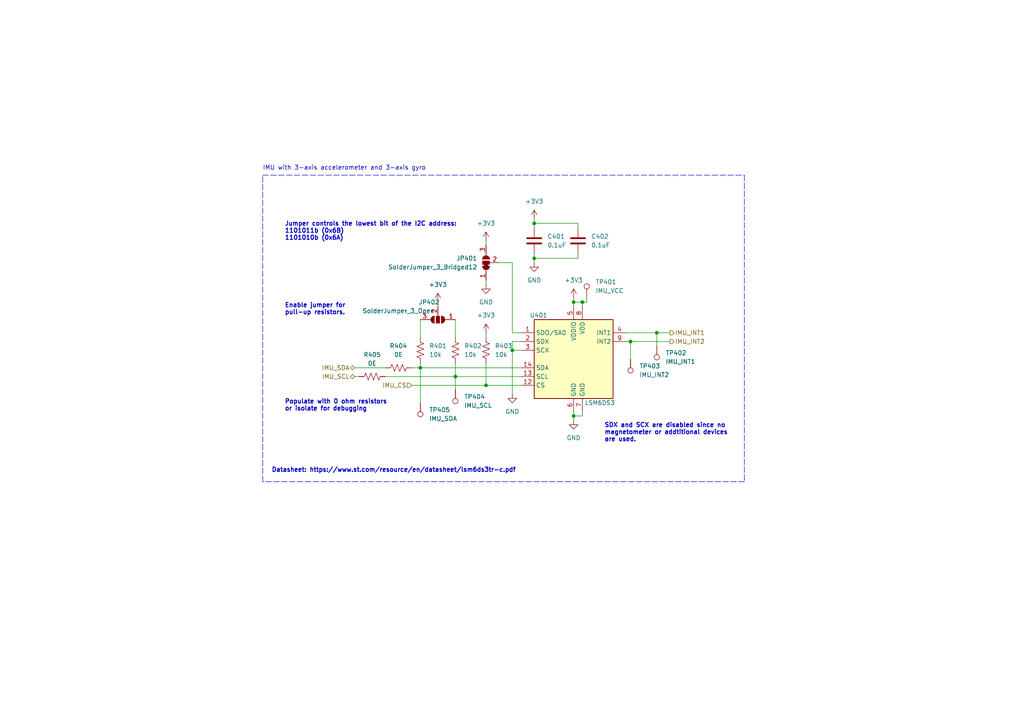
<source format=kicad_sch>
(kicad_sch (version 20211123) (generator eeschema)

  (uuid 51a5ca97-12be-4231-921d-b62b01bcd505)

  (paper "A4")

  (title_block
    (title "Thesis Proyect Luis Ernesto Fdez")
    (date "2022-03-17")
    (rev "A")
    (company "Universidad Autónoma de Querétaro")
    (comment 1 "external sensors and LEGO mechanical construction elements as educational equipment.")
    (comment 2 "Design implemets a replacement for the LEGO Mindstorms robot controllers for use with")
    (comment 3 "Distributed Open-source as: CC BY-SA 4.0")
  )

  (lib_symbols
    (symbol "Connector:TestPoint" (pin_numbers hide) (pin_names (offset 0.762) hide) (in_bom yes) (on_board yes)
      (property "Reference" "TP" (id 0) (at 0 6.858 0)
        (effects (font (size 1.27 1.27)))
      )
      (property "Value" "TestPoint" (id 1) (at 0 5.08 0)
        (effects (font (size 1.27 1.27)))
      )
      (property "Footprint" "" (id 2) (at 5.08 0 0)
        (effects (font (size 1.27 1.27)) hide)
      )
      (property "Datasheet" "~" (id 3) (at 5.08 0 0)
        (effects (font (size 1.27 1.27)) hide)
      )
      (property "ki_keywords" "test point tp" (id 4) (at 0 0 0)
        (effects (font (size 1.27 1.27)) hide)
      )
      (property "ki_description" "test point" (id 5) (at 0 0 0)
        (effects (font (size 1.27 1.27)) hide)
      )
      (property "ki_fp_filters" "Pin* Test*" (id 6) (at 0 0 0)
        (effects (font (size 1.27 1.27)) hide)
      )
      (symbol "TestPoint_0_1"
        (circle (center 0 3.302) (radius 0.762)
          (stroke (width 0) (type default) (color 0 0 0 0))
          (fill (type none))
        )
      )
      (symbol "TestPoint_1_1"
        (pin passive line (at 0 0 90) (length 2.54)
          (name "1" (effects (font (size 1.27 1.27))))
          (number "1" (effects (font (size 1.27 1.27))))
        )
      )
    )
    (symbol "Device:C" (pin_numbers hide) (pin_names (offset 0.254)) (in_bom yes) (on_board yes)
      (property "Reference" "C" (id 0) (at 0.635 2.54 0)
        (effects (font (size 1.27 1.27)) (justify left))
      )
      (property "Value" "C" (id 1) (at 0.635 -2.54 0)
        (effects (font (size 1.27 1.27)) (justify left))
      )
      (property "Footprint" "" (id 2) (at 0.9652 -3.81 0)
        (effects (font (size 1.27 1.27)) hide)
      )
      (property "Datasheet" "~" (id 3) (at 0 0 0)
        (effects (font (size 1.27 1.27)) hide)
      )
      (property "ki_keywords" "cap capacitor" (id 4) (at 0 0 0)
        (effects (font (size 1.27 1.27)) hide)
      )
      (property "ki_description" "Unpolarized capacitor" (id 5) (at 0 0 0)
        (effects (font (size 1.27 1.27)) hide)
      )
      (property "ki_fp_filters" "C_*" (id 6) (at 0 0 0)
        (effects (font (size 1.27 1.27)) hide)
      )
      (symbol "C_0_1"
        (polyline
          (pts
            (xy -2.032 -0.762)
            (xy 2.032 -0.762)
          )
          (stroke (width 0.508) (type default) (color 0 0 0 0))
          (fill (type none))
        )
        (polyline
          (pts
            (xy -2.032 0.762)
            (xy 2.032 0.762)
          )
          (stroke (width 0.508) (type default) (color 0 0 0 0))
          (fill (type none))
        )
      )
      (symbol "C_1_1"
        (pin passive line (at 0 3.81 270) (length 2.794)
          (name "~" (effects (font (size 1.27 1.27))))
          (number "1" (effects (font (size 1.27 1.27))))
        )
        (pin passive line (at 0 -3.81 90) (length 2.794)
          (name "~" (effects (font (size 1.27 1.27))))
          (number "2" (effects (font (size 1.27 1.27))))
        )
      )
    )
    (symbol "Device:R_US" (pin_numbers hide) (pin_names (offset 0)) (in_bom yes) (on_board yes)
      (property "Reference" "R" (id 0) (at 2.54 0 90)
        (effects (font (size 1.27 1.27)))
      )
      (property "Value" "R_US" (id 1) (at -2.54 0 90)
        (effects (font (size 1.27 1.27)))
      )
      (property "Footprint" "" (id 2) (at 1.016 -0.254 90)
        (effects (font (size 1.27 1.27)) hide)
      )
      (property "Datasheet" "~" (id 3) (at 0 0 0)
        (effects (font (size 1.27 1.27)) hide)
      )
      (property "ki_keywords" "R res resistor" (id 4) (at 0 0 0)
        (effects (font (size 1.27 1.27)) hide)
      )
      (property "ki_description" "Resistor, US symbol" (id 5) (at 0 0 0)
        (effects (font (size 1.27 1.27)) hide)
      )
      (property "ki_fp_filters" "R_*" (id 6) (at 0 0 0)
        (effects (font (size 1.27 1.27)) hide)
      )
      (symbol "R_US_0_1"
        (polyline
          (pts
            (xy 0 -2.286)
            (xy 0 -2.54)
          )
          (stroke (width 0) (type default) (color 0 0 0 0))
          (fill (type none))
        )
        (polyline
          (pts
            (xy 0 2.286)
            (xy 0 2.54)
          )
          (stroke (width 0) (type default) (color 0 0 0 0))
          (fill (type none))
        )
        (polyline
          (pts
            (xy 0 -0.762)
            (xy 1.016 -1.143)
            (xy 0 -1.524)
            (xy -1.016 -1.905)
            (xy 0 -2.286)
          )
          (stroke (width 0) (type default) (color 0 0 0 0))
          (fill (type none))
        )
        (polyline
          (pts
            (xy 0 0.762)
            (xy 1.016 0.381)
            (xy 0 0)
            (xy -1.016 -0.381)
            (xy 0 -0.762)
          )
          (stroke (width 0) (type default) (color 0 0 0 0))
          (fill (type none))
        )
        (polyline
          (pts
            (xy 0 2.286)
            (xy 1.016 1.905)
            (xy 0 1.524)
            (xy -1.016 1.143)
            (xy 0 0.762)
          )
          (stroke (width 0) (type default) (color 0 0 0 0))
          (fill (type none))
        )
      )
      (symbol "R_US_1_1"
        (pin passive line (at 0 3.81 270) (length 1.27)
          (name "~" (effects (font (size 1.27 1.27))))
          (number "1" (effects (font (size 1.27 1.27))))
        )
        (pin passive line (at 0 -3.81 90) (length 1.27)
          (name "~" (effects (font (size 1.27 1.27))))
          (number "2" (effects (font (size 1.27 1.27))))
        )
      )
    )
    (symbol "Jumper:SolderJumper_3_Bridged12" (pin_names (offset 0) hide) (in_bom yes) (on_board yes)
      (property "Reference" "JP" (id 0) (at -2.54 -2.54 0)
        (effects (font (size 1.27 1.27)))
      )
      (property "Value" "SolderJumper_3_Bridged12" (id 1) (at 0 2.794 0)
        (effects (font (size 1.27 1.27)))
      )
      (property "Footprint" "" (id 2) (at 0 0 0)
        (effects (font (size 1.27 1.27)) hide)
      )
      (property "Datasheet" "~" (id 3) (at 0 0 0)
        (effects (font (size 1.27 1.27)) hide)
      )
      (property "ki_keywords" "Solder Jumper SPDT" (id 4) (at 0 0 0)
        (effects (font (size 1.27 1.27)) hide)
      )
      (property "ki_description" "3-pole Solder Jumper, pins 1+2 closed/bridged" (id 5) (at 0 0 0)
        (effects (font (size 1.27 1.27)) hide)
      )
      (property "ki_fp_filters" "SolderJumper*Bridged12*" (id 6) (at 0 0 0)
        (effects (font (size 1.27 1.27)) hide)
      )
      (symbol "SolderJumper_3_Bridged12_0_1"
        (rectangle (start -1.016 0.508) (end -0.508 -0.508)
          (stroke (width 0) (type default) (color 0 0 0 0))
          (fill (type outline))
        )
        (arc (start -1.016 1.016) (mid -2.032 0) (end -1.016 -1.016)
          (stroke (width 0) (type default) (color 0 0 0 0))
          (fill (type none))
        )
        (arc (start -1.016 1.016) (mid -2.032 0) (end -1.016 -1.016)
          (stroke (width 0) (type default) (color 0 0 0 0))
          (fill (type outline))
        )
        (rectangle (start -0.508 1.016) (end 0.508 -1.016)
          (stroke (width 0) (type default) (color 0 0 0 0))
          (fill (type outline))
        )
        (polyline
          (pts
            (xy -2.54 0)
            (xy -2.032 0)
          )
          (stroke (width 0) (type default) (color 0 0 0 0))
          (fill (type none))
        )
        (polyline
          (pts
            (xy -1.016 1.016)
            (xy -1.016 -1.016)
          )
          (stroke (width 0) (type default) (color 0 0 0 0))
          (fill (type none))
        )
        (polyline
          (pts
            (xy 0 -1.27)
            (xy 0 -1.016)
          )
          (stroke (width 0) (type default) (color 0 0 0 0))
          (fill (type none))
        )
        (polyline
          (pts
            (xy 1.016 1.016)
            (xy 1.016 -1.016)
          )
          (stroke (width 0) (type default) (color 0 0 0 0))
          (fill (type none))
        )
        (polyline
          (pts
            (xy 2.54 0)
            (xy 2.032 0)
          )
          (stroke (width 0) (type default) (color 0 0 0 0))
          (fill (type none))
        )
        (arc (start 1.016 -1.016) (mid 2.032 0) (end 1.016 1.016)
          (stroke (width 0) (type default) (color 0 0 0 0))
          (fill (type none))
        )
        (arc (start 1.016 -1.016) (mid 2.032 0) (end 1.016 1.016)
          (stroke (width 0) (type default) (color 0 0 0 0))
          (fill (type outline))
        )
      )
      (symbol "SolderJumper_3_Bridged12_1_1"
        (pin passive line (at -5.08 0 0) (length 2.54)
          (name "A" (effects (font (size 1.27 1.27))))
          (number "1" (effects (font (size 1.27 1.27))))
        )
        (pin passive line (at 0 -3.81 90) (length 2.54)
          (name "C" (effects (font (size 1.27 1.27))))
          (number "2" (effects (font (size 1.27 1.27))))
        )
        (pin passive line (at 5.08 0 180) (length 2.54)
          (name "B" (effects (font (size 1.27 1.27))))
          (number "3" (effects (font (size 1.27 1.27))))
        )
      )
    )
    (symbol "Jumper:SolderJumper_3_Open" (pin_names (offset 0) hide) (in_bom yes) (on_board yes)
      (property "Reference" "JP" (id 0) (at -2.54 -2.54 0)
        (effects (font (size 1.27 1.27)))
      )
      (property "Value" "SolderJumper_3_Open" (id 1) (at 0 2.794 0)
        (effects (font (size 1.27 1.27)))
      )
      (property "Footprint" "" (id 2) (at 0 0 0)
        (effects (font (size 1.27 1.27)) hide)
      )
      (property "Datasheet" "~" (id 3) (at 0 0 0)
        (effects (font (size 1.27 1.27)) hide)
      )
      (property "ki_keywords" "Solder Jumper SPDT" (id 4) (at 0 0 0)
        (effects (font (size 1.27 1.27)) hide)
      )
      (property "ki_description" "Solder Jumper, 3-pole, open" (id 5) (at 0 0 0)
        (effects (font (size 1.27 1.27)) hide)
      )
      (property "ki_fp_filters" "SolderJumper*Open*" (id 6) (at 0 0 0)
        (effects (font (size 1.27 1.27)) hide)
      )
      (symbol "SolderJumper_3_Open_0_1"
        (arc (start -1.016 1.016) (mid -2.032 0) (end -1.016 -1.016)
          (stroke (width 0) (type default) (color 0 0 0 0))
          (fill (type none))
        )
        (arc (start -1.016 1.016) (mid -2.032 0) (end -1.016 -1.016)
          (stroke (width 0) (type default) (color 0 0 0 0))
          (fill (type outline))
        )
        (rectangle (start -0.508 1.016) (end 0.508 -1.016)
          (stroke (width 0) (type default) (color 0 0 0 0))
          (fill (type outline))
        )
        (polyline
          (pts
            (xy -2.54 0)
            (xy -2.032 0)
          )
          (stroke (width 0) (type default) (color 0 0 0 0))
          (fill (type none))
        )
        (polyline
          (pts
            (xy -1.016 1.016)
            (xy -1.016 -1.016)
          )
          (stroke (width 0) (type default) (color 0 0 0 0))
          (fill (type none))
        )
        (polyline
          (pts
            (xy 0 -1.27)
            (xy 0 -1.016)
          )
          (stroke (width 0) (type default) (color 0 0 0 0))
          (fill (type none))
        )
        (polyline
          (pts
            (xy 1.016 1.016)
            (xy 1.016 -1.016)
          )
          (stroke (width 0) (type default) (color 0 0 0 0))
          (fill (type none))
        )
        (polyline
          (pts
            (xy 2.54 0)
            (xy 2.032 0)
          )
          (stroke (width 0) (type default) (color 0 0 0 0))
          (fill (type none))
        )
        (arc (start 1.016 -1.016) (mid 2.032 0) (end 1.016 1.016)
          (stroke (width 0) (type default) (color 0 0 0 0))
          (fill (type none))
        )
        (arc (start 1.016 -1.016) (mid 2.032 0) (end 1.016 1.016)
          (stroke (width 0) (type default) (color 0 0 0 0))
          (fill (type outline))
        )
      )
      (symbol "SolderJumper_3_Open_1_1"
        (pin passive line (at -5.08 0 0) (length 2.54)
          (name "A" (effects (font (size 1.27 1.27))))
          (number "1" (effects (font (size 1.27 1.27))))
        )
        (pin passive line (at 0 -3.81 90) (length 2.54)
          (name "C" (effects (font (size 1.27 1.27))))
          (number "2" (effects (font (size 1.27 1.27))))
        )
        (pin passive line (at 5.08 0 180) (length 2.54)
          (name "B" (effects (font (size 1.27 1.27))))
          (number "3" (effects (font (size 1.27 1.27))))
        )
      )
    )
    (symbol "Sensor_Motion:LSM6DS3" (in_bom yes) (on_board yes)
      (property "Reference" "U" (id 0) (at -11.43 15.24 0)
        (effects (font (size 1.27 1.27)) (justify left))
      )
      (property "Value" "LSM6DS3" (id 1) (at -11.43 12.7 0)
        (effects (font (size 1.27 1.27)) (justify left bottom))
      )
      (property "Footprint" "Package_LGA:LGA-14_3x2.5mm_P0.5mm_LayoutBorder3x4y" (id 2) (at -10.16 -17.78 0)
        (effects (font (size 1.27 1.27)) (justify left) hide)
      )
      (property "Datasheet" "www.st.com/resource/en/datasheet/lsm6ds3.pdf" (id 3) (at 2.54 -16.51 0)
        (effects (font (size 1.27 1.27)) hide)
      )
      (property "ki_keywords" "Accelerometer Gyroscope MEMS" (id 4) (at 0 0 0)
        (effects (font (size 1.27 1.27)) hide)
      )
      (property "ki_description" "I2C/SPI, iNEMO inertial module: always-on 3D accelerometer and 3D gyroscope" (id 5) (at 0 0 0)
        (effects (font (size 1.27 1.27)) hide)
      )
      (property "ki_fp_filters" "LGA*3x2.5mm*P0.5mm*LayoutBorder3x4y*" (id 6) (at 0 0 0)
        (effects (font (size 1.27 1.27)) hide)
      )
      (symbol "LSM6DS3_0_1"
        (rectangle (start 11.43 11.43) (end -11.43 -11.43)
          (stroke (width 0.254) (type default) (color 0 0 0 0))
          (fill (type background))
        )
      )
      (symbol "LSM6DS3_1_1"
        (pin bidirectional line (at -15.24 7.62 0) (length 3.81)
          (name "SDO/SA0" (effects (font (size 1.27 1.27))))
          (number "1" (effects (font (size 1.27 1.27))))
        )
        (pin no_connect line (at 10.16 -5.08 180) (length 3.81) hide
          (name "NC" (effects (font (size 1.27 1.27))))
          (number "10" (effects (font (size 1.27 1.27))))
        )
        (pin no_connect line (at 10.16 -2.54 180) (length 3.81) hide
          (name "NC" (effects (font (size 1.27 1.27))))
          (number "11" (effects (font (size 1.27 1.27))))
        )
        (pin input line (at -15.24 -7.62 0) (length 3.81)
          (name "CS" (effects (font (size 1.27 1.27))))
          (number "12" (effects (font (size 1.27 1.27))))
        )
        (pin input line (at -15.24 -5.08 0) (length 3.81)
          (name "SCL" (effects (font (size 1.27 1.27))))
          (number "13" (effects (font (size 1.27 1.27))))
        )
        (pin bidirectional line (at -15.24 -2.54 0) (length 3.81)
          (name "SDA" (effects (font (size 1.27 1.27))))
          (number "14" (effects (font (size 1.27 1.27))))
        )
        (pin bidirectional line (at -15.24 5.08 0) (length 3.81)
          (name "SDX" (effects (font (size 1.27 1.27))))
          (number "2" (effects (font (size 1.27 1.27))))
        )
        (pin input line (at -15.24 2.54 0) (length 3.81)
          (name "SCX" (effects (font (size 1.27 1.27))))
          (number "3" (effects (font (size 1.27 1.27))))
        )
        (pin output line (at 15.24 7.62 180) (length 3.81)
          (name "INT1" (effects (font (size 1.27 1.27))))
          (number "4" (effects (font (size 1.27 1.27))))
        )
        (pin power_in line (at 0 15.24 270) (length 3.81)
          (name "VDDIO" (effects (font (size 1.27 1.27))))
          (number "5" (effects (font (size 1.27 1.27))))
        )
        (pin power_in line (at 0 -15.24 90) (length 3.81)
          (name "GND" (effects (font (size 1.27 1.27))))
          (number "6" (effects (font (size 1.27 1.27))))
        )
        (pin power_in line (at 2.54 -15.24 90) (length 3.81)
          (name "GND" (effects (font (size 1.27 1.27))))
          (number "7" (effects (font (size 1.27 1.27))))
        )
        (pin power_in line (at 2.54 15.24 270) (length 3.81)
          (name "VDD" (effects (font (size 1.27 1.27))))
          (number "8" (effects (font (size 1.27 1.27))))
        )
        (pin output line (at 15.24 5.08 180) (length 3.81)
          (name "INT2" (effects (font (size 1.27 1.27))))
          (number "9" (effects (font (size 1.27 1.27))))
        )
      )
    )
    (symbol "power:+3.3V" (power) (pin_names (offset 0)) (in_bom yes) (on_board yes)
      (property "Reference" "#PWR" (id 0) (at 0 -3.81 0)
        (effects (font (size 1.27 1.27)) hide)
      )
      (property "Value" "+3.3V" (id 1) (at 0 3.556 0)
        (effects (font (size 1.27 1.27)))
      )
      (property "Footprint" "" (id 2) (at 0 0 0)
        (effects (font (size 1.27 1.27)) hide)
      )
      (property "Datasheet" "" (id 3) (at 0 0 0)
        (effects (font (size 1.27 1.27)) hide)
      )
      (property "ki_keywords" "power-flag" (id 4) (at 0 0 0)
        (effects (font (size 1.27 1.27)) hide)
      )
      (property "ki_description" "Power symbol creates a global label with name \"+3.3V\"" (id 5) (at 0 0 0)
        (effects (font (size 1.27 1.27)) hide)
      )
      (symbol "+3.3V_0_1"
        (polyline
          (pts
            (xy -0.762 1.27)
            (xy 0 2.54)
          )
          (stroke (width 0) (type default) (color 0 0 0 0))
          (fill (type none))
        )
        (polyline
          (pts
            (xy 0 0)
            (xy 0 2.54)
          )
          (stroke (width 0) (type default) (color 0 0 0 0))
          (fill (type none))
        )
        (polyline
          (pts
            (xy 0 2.54)
            (xy 0.762 1.27)
          )
          (stroke (width 0) (type default) (color 0 0 0 0))
          (fill (type none))
        )
      )
      (symbol "+3.3V_1_1"
        (pin power_in line (at 0 0 90) (length 0) hide
          (name "+3V3" (effects (font (size 1.27 1.27))))
          (number "1" (effects (font (size 1.27 1.27))))
        )
      )
    )
    (symbol "power:GND" (power) (pin_names (offset 0)) (in_bom yes) (on_board yes)
      (property "Reference" "#PWR" (id 0) (at 0 -6.35 0)
        (effects (font (size 1.27 1.27)) hide)
      )
      (property "Value" "GND" (id 1) (at 0 -3.81 0)
        (effects (font (size 1.27 1.27)))
      )
      (property "Footprint" "" (id 2) (at 0 0 0)
        (effects (font (size 1.27 1.27)) hide)
      )
      (property "Datasheet" "" (id 3) (at 0 0 0)
        (effects (font (size 1.27 1.27)) hide)
      )
      (property "ki_keywords" "power-flag" (id 4) (at 0 0 0)
        (effects (font (size 1.27 1.27)) hide)
      )
      (property "ki_description" "Power symbol creates a global label with name \"GND\" , ground" (id 5) (at 0 0 0)
        (effects (font (size 1.27 1.27)) hide)
      )
      (symbol "GND_0_1"
        (polyline
          (pts
            (xy 0 0)
            (xy 0 -1.27)
            (xy 1.27 -1.27)
            (xy 0 -2.54)
            (xy -1.27 -1.27)
            (xy 0 -1.27)
          )
          (stroke (width 0) (type default) (color 0 0 0 0))
          (fill (type none))
        )
      )
      (symbol "GND_1_1"
        (pin power_in line (at 0 0 270) (length 0) hide
          (name "GND" (effects (font (size 1.27 1.27))))
          (number "1" (effects (font (size 1.27 1.27))))
        )
      )
    )
  )

  (junction (at 132.08 109.22) (diameter 0) (color 0 0 0 0)
    (uuid 0972fc4d-e238-45fa-8044-b77f44fb0e10)
  )
  (junction (at 154.94 74.93) (diameter 0) (color 0 0 0 0)
    (uuid 24aeca1e-8a75-4cd1-ad7e-5cc1eca89b72)
  )
  (junction (at 154.94 64.77) (diameter 0) (color 0 0 0 0)
    (uuid 39974696-6a28-4da8-a0e2-4fef3ed841b0)
  )
  (junction (at 168.91 87.63) (diameter 0) (color 0 0 0 0)
    (uuid 55ac059a-e0e6-4391-9082-154fe755d60d)
  )
  (junction (at 148.59 101.6) (diameter 0) (color 0 0 0 0)
    (uuid 6929930a-21ba-4a0b-bdd8-9d8325f726a2)
  )
  (junction (at 166.37 87.63) (diameter 0) (color 0 0 0 0)
    (uuid 6b9d9819-a2a3-4808-bcee-9ed3ba090eae)
  )
  (junction (at 166.37 120.65) (diameter 0) (color 0 0 0 0)
    (uuid 818c22ca-9ddb-4f82-8162-effbb169041c)
  )
  (junction (at 140.97 111.76) (diameter 0) (color 0 0 0 0)
    (uuid 8c63c4d9-0516-4fbc-b0e3-09106c777ac4)
  )
  (junction (at 190.5 96.52) (diameter 0) (color 0 0 0 0)
    (uuid b9a4127e-101d-4884-8644-49390edae476)
  )
  (junction (at 182.88 99.06) (diameter 0) (color 0 0 0 0)
    (uuid c7e96f5b-78cf-4673-8a70-1cde4b0ba70f)
  )
  (junction (at 121.92 106.68) (diameter 0) (color 0 0 0 0)
    (uuid e3a9be51-57ed-4b54-961c-cf307bef51cd)
  )

  (wire (pts (xy 140.97 69.85) (xy 140.97 71.12))
    (stroke (width 0) (type default) (color 0 0 0 0))
    (uuid 0e8ab4e3-4356-4a35-950b-70ff46ea0f89)
  )
  (wire (pts (xy 168.91 119.38) (xy 168.91 120.65))
    (stroke (width 0) (type default) (color 0 0 0 0))
    (uuid 0f56614c-d904-409b-87d6-28b09b3d7e54)
  )
  (wire (pts (xy 119.38 106.68) (xy 121.92 106.68))
    (stroke (width 0) (type default) (color 0 0 0 0))
    (uuid 136d33d2-7148-49fd-8872-9ffa706d7150)
  )
  (wire (pts (xy 102.87 109.22) (xy 104.14 109.22))
    (stroke (width 0) (type default) (color 0 0 0 0))
    (uuid 16e216b4-63f6-4b81-acb2-f6b8d7b9eb10)
  )
  (wire (pts (xy 148.59 76.2) (xy 144.78 76.2))
    (stroke (width 0) (type default) (color 0 0 0 0))
    (uuid 1be23a4c-e73d-4cde-9e20-76ee0f5278e9)
  )
  (wire (pts (xy 151.13 111.76) (xy 140.97 111.76))
    (stroke (width 0) (type default) (color 0 0 0 0))
    (uuid 1e2c56ee-292c-4cb3-aa2f-f941100d1c63)
  )
  (polyline (pts (xy 215.9 50.8) (xy 215.9 139.7))
    (stroke (width 0) (type default) (color 0 0 0 0))
    (uuid 2853ae4c-1fcc-4317-8e13-a0936181c3a1)
  )

  (wire (pts (xy 121.92 105.41) (xy 121.92 106.68))
    (stroke (width 0) (type default) (color 0 0 0 0))
    (uuid 2869101f-fe36-4f2c-8129-f3d0686561b6)
  )
  (wire (pts (xy 168.91 120.65) (xy 166.37 120.65))
    (stroke (width 0) (type default) (color 0 0 0 0))
    (uuid 290defc4-3edd-4c8c-8d16-42224057d426)
  )
  (wire (pts (xy 190.5 96.52) (xy 194.31 96.52))
    (stroke (width 0) (type default) (color 0 0 0 0))
    (uuid 380f3222-e393-4b20-b32d-cec987500a1a)
  )
  (wire (pts (xy 154.94 73.66) (xy 154.94 74.93))
    (stroke (width 0) (type default) (color 0 0 0 0))
    (uuid 39a53dbf-f1da-4539-ac3e-c1e434980c80)
  )
  (wire (pts (xy 127 87.63) (xy 127 88.9))
    (stroke (width 0) (type default) (color 0 0 0 0))
    (uuid 39fcd14d-045d-40e6-befe-b7db98ae7937)
  )
  (wire (pts (xy 154.94 63.5) (xy 154.94 64.77))
    (stroke (width 0) (type default) (color 0 0 0 0))
    (uuid 3a60ecd0-89ea-4929-a130-6e4b3538457b)
  )
  (wire (pts (xy 181.61 99.06) (xy 182.88 99.06))
    (stroke (width 0) (type default) (color 0 0 0 0))
    (uuid 3aa76993-a518-4691-89c5-3ecd55a6e6f6)
  )
  (wire (pts (xy 182.88 99.06) (xy 182.88 104.14))
    (stroke (width 0) (type default) (color 0 0 0 0))
    (uuid 3b1e9487-7b10-4fd0-a17f-60b3d2e7a453)
  )
  (wire (pts (xy 170.18 86.36) (xy 170.18 87.63))
    (stroke (width 0) (type default) (color 0 0 0 0))
    (uuid 3d2ef694-0f8e-4e10-8011-e15c3c9aef2f)
  )
  (wire (pts (xy 168.91 88.9) (xy 168.91 87.63))
    (stroke (width 0) (type default) (color 0 0 0 0))
    (uuid 47214f27-f667-4549-b36e-08f6e4bbb086)
  )
  (wire (pts (xy 102.87 106.68) (xy 111.76 106.68))
    (stroke (width 0) (type default) (color 0 0 0 0))
    (uuid 478b1398-b06a-4629-afc1-2774dfcaff04)
  )
  (wire (pts (xy 140.97 111.76) (xy 140.97 105.41))
    (stroke (width 0) (type default) (color 0 0 0 0))
    (uuid 4c792dc2-6014-4534-a5fc-976a548330e5)
  )
  (wire (pts (xy 148.59 114.3) (xy 148.59 101.6))
    (stroke (width 0) (type default) (color 0 0 0 0))
    (uuid 4f97993f-9111-4f93-9928-ceb08d8c7f23)
  )
  (polyline (pts (xy 76.2 139.7) (xy 76.2 50.8))
    (stroke (width 0) (type default) (color 0 0 0 0))
    (uuid 505c0295-a1b6-4148-a8a2-e89a7abf3708)
  )

  (wire (pts (xy 132.08 109.22) (xy 132.08 113.03))
    (stroke (width 0) (type default) (color 0 0 0 0))
    (uuid 564c93d8-9ab8-416c-846c-a557e14e58f1)
  )
  (wire (pts (xy 166.37 120.65) (xy 166.37 121.92))
    (stroke (width 0) (type default) (color 0 0 0 0))
    (uuid 56c8535c-6448-4bde-bfb0-e9f03c26a2b7)
  )
  (wire (pts (xy 132.08 92.71) (xy 132.08 97.79))
    (stroke (width 0) (type default) (color 0 0 0 0))
    (uuid 6b5267bc-2bb2-4415-90d4-57b3bba6002e)
  )
  (wire (pts (xy 154.94 64.77) (xy 167.64 64.77))
    (stroke (width 0) (type default) (color 0 0 0 0))
    (uuid 7187c9f0-dd25-469e-8695-62e568ec84f9)
  )
  (wire (pts (xy 167.64 66.04) (xy 167.64 64.77))
    (stroke (width 0) (type default) (color 0 0 0 0))
    (uuid 76b9d1b9-4381-43b4-9da6-e3a3ae6438c1)
  )
  (wire (pts (xy 148.59 96.52) (xy 148.59 76.2))
    (stroke (width 0) (type default) (color 0 0 0 0))
    (uuid 77687457-745e-466b-9398-a0713a20aca0)
  )
  (wire (pts (xy 151.13 109.22) (xy 132.08 109.22))
    (stroke (width 0) (type default) (color 0 0 0 0))
    (uuid 7a316fd7-81c5-4b21-be62-1ec4afa27579)
  )
  (wire (pts (xy 167.64 74.93) (xy 154.94 74.93))
    (stroke (width 0) (type default) (color 0 0 0 0))
    (uuid 868a1bb0-d79a-4062-a96c-3fbc0e1f09bf)
  )
  (wire (pts (xy 154.94 64.77) (xy 154.94 66.04))
    (stroke (width 0) (type default) (color 0 0 0 0))
    (uuid 88b9ada0-a52a-4b9f-8703-562780884091)
  )
  (wire (pts (xy 121.92 92.71) (xy 121.92 97.79))
    (stroke (width 0) (type default) (color 0 0 0 0))
    (uuid 8f1655e3-9072-466a-b390-febf67ca7a7f)
  )
  (wire (pts (xy 166.37 87.63) (xy 166.37 88.9))
    (stroke (width 0) (type default) (color 0 0 0 0))
    (uuid 9289465e-1803-44ab-ac05-f6d400a72c3e)
  )
  (polyline (pts (xy 215.9 139.7) (xy 76.2 139.7))
    (stroke (width 0) (type default) (color 0 0 0 0))
    (uuid 9731890b-4039-451e-9e48-bb8a2465b946)
  )

  (wire (pts (xy 167.64 73.66) (xy 167.64 74.93))
    (stroke (width 0) (type default) (color 0 0 0 0))
    (uuid 9b5a7e30-b13a-44a0-ba7a-cd404238f4fc)
  )
  (wire (pts (xy 148.59 96.52) (xy 151.13 96.52))
    (stroke (width 0) (type default) (color 0 0 0 0))
    (uuid 9e697866-ee97-41e2-b757-964b3fd7f97d)
  )
  (wire (pts (xy 132.08 109.22) (xy 132.08 105.41))
    (stroke (width 0) (type default) (color 0 0 0 0))
    (uuid a3c47642-9e21-4e9e-9999-32ac9e233a47)
  )
  (wire (pts (xy 166.37 120.65) (xy 166.37 119.38))
    (stroke (width 0) (type default) (color 0 0 0 0))
    (uuid a5cb8369-38dc-46d9-a9b6-b1900b8b42a8)
  )
  (wire (pts (xy 111.76 109.22) (xy 132.08 109.22))
    (stroke (width 0) (type default) (color 0 0 0 0))
    (uuid b055baa8-6ccd-4e52-9797-12eb28cfe7be)
  )
  (wire (pts (xy 119.38 111.76) (xy 140.97 111.76))
    (stroke (width 0) (type default) (color 0 0 0 0))
    (uuid bd5b8126-04eb-4974-b63b-2ac18c34b39c)
  )
  (wire (pts (xy 151.13 99.06) (xy 148.59 99.06))
    (stroke (width 0) (type default) (color 0 0 0 0))
    (uuid c2b8c1af-b1d1-4b7e-a265-df762cea96f4)
  )
  (wire (pts (xy 140.97 96.52) (xy 140.97 97.79))
    (stroke (width 0) (type default) (color 0 0 0 0))
    (uuid c4589429-1438-49fb-b409-00322fb98310)
  )
  (wire (pts (xy 148.59 99.06) (xy 148.59 101.6))
    (stroke (width 0) (type default) (color 0 0 0 0))
    (uuid c6147505-a10d-4b4d-b720-f643843ba163)
  )
  (wire (pts (xy 190.5 96.52) (xy 181.61 96.52))
    (stroke (width 0) (type default) (color 0 0 0 0))
    (uuid cc1d48fb-b67c-4f63-b9cb-eb90bf569c37)
  )
  (wire (pts (xy 170.18 87.63) (xy 168.91 87.63))
    (stroke (width 0) (type default) (color 0 0 0 0))
    (uuid d25c1a30-33ad-46f1-b537-855b76ab9b65)
  )
  (polyline (pts (xy 76.2 50.8) (xy 215.9 50.8))
    (stroke (width 0) (type default) (color 0 0 0 0))
    (uuid d475c845-372b-413f-937c-241783976b85)
  )

  (wire (pts (xy 148.59 101.6) (xy 151.13 101.6))
    (stroke (width 0) (type default) (color 0 0 0 0))
    (uuid d5364267-7b6c-453a-aed9-02a4c9cfa229)
  )
  (wire (pts (xy 154.94 74.93) (xy 154.94 76.2))
    (stroke (width 0) (type default) (color 0 0 0 0))
    (uuid d58adb3d-5fe6-450d-96bc-4409daea419f)
  )
  (wire (pts (xy 190.5 100.33) (xy 190.5 96.52))
    (stroke (width 0) (type default) (color 0 0 0 0))
    (uuid d67ded98-1338-44ca-95bd-0540821bf0e5)
  )
  (wire (pts (xy 166.37 86.36) (xy 166.37 87.63))
    (stroke (width 0) (type default) (color 0 0 0 0))
    (uuid dc7b6cc1-f84d-4e0c-afea-81d4c9fdd657)
  )
  (wire (pts (xy 168.91 87.63) (xy 166.37 87.63))
    (stroke (width 0) (type default) (color 0 0 0 0))
    (uuid dcb5b966-08a0-4476-8167-e7a68ad594c3)
  )
  (wire (pts (xy 121.92 106.68) (xy 121.92 116.84))
    (stroke (width 0) (type default) (color 0 0 0 0))
    (uuid e42144cc-f247-44fc-82e5-83d3bd1fd1c6)
  )
  (wire (pts (xy 121.92 106.68) (xy 151.13 106.68))
    (stroke (width 0) (type default) (color 0 0 0 0))
    (uuid e4aee864-96dd-4215-985d-2e901b7ca597)
  )
  (wire (pts (xy 182.88 99.06) (xy 194.31 99.06))
    (stroke (width 0) (type default) (color 0 0 0 0))
    (uuid fc8368ec-038e-403e-b4ee-45088528f24b)
  )
  (wire (pts (xy 140.97 81.28) (xy 140.97 82.55))
    (stroke (width 0) (type default) (color 0 0 0 0))
    (uuid ff9ffb82-1a91-421a-93b6-44e70fd8a813)
  )

  (text "IMU with 3-axis accelerometer and 3-axis gyro" (at 76.2 49.53 0)
    (effects (font (size 1.27 1.27)) (justify left bottom))
    (uuid 17732f35-19b1-409f-8a82-16cc49f544fa)
  )
  (text "SDX and SCX are disabled since no\nmagnetometer or addtitional devices\nare used."
    (at 175.26 128.27 0)
    (effects (font (size 1.27 1.27) bold) (justify left bottom))
    (uuid 46e9a3e4-179d-4eba-9be7-12149c5c902d)
  )
  (text "Enable jumper for\npull-up resistors." (at 82.55 91.44 0)
    (effects (font (size 1.27 1.27) bold) (justify left bottom))
    (uuid 4b16c8b1-01cf-4f9d-823b-27ca4a3ee6ae)
  )
  (text "Jumper controls the lowest bit of the I2C address:\n1101011b (0x6B)\n1101010b (0x6A)"
    (at 82.55 69.85 0)
    (effects (font (size 1.27 1.27) bold) (justify left bottom))
    (uuid 52f2aedf-28e4-447a-8912-2c5fa8935a74)
  )
  (text "Datasheet: https://www.st.com/resource/en/datasheet/lsm6ds3tr-c.pdf"
    (at 78.74 137.16 0)
    (effects (font (size 1.27 1.27) bold) (justify left bottom))
    (uuid 5d30b0bd-9e2f-4365-8fdd-d9b9df6f810f)
  )
  (text "Populate with 0 ohm resistors\nor isolate for debugging"
    (at 82.55 119.38 0)
    (effects (font (size 1.27 1.27) bold) (justify left bottom))
    (uuid e43ef7b4-c026-4e7f-a77a-1ff1b0204e1d)
  )

  (hierarchical_label "IMU_SCL" (shape bidirectional) (at 102.87 109.22 180)
    (effects (font (size 1.27 1.27)) (justify right))
    (uuid 200ce5b1-90d9-48ef-a5a7-e5943bc4db1c)
  )
  (hierarchical_label "IMU_CS" (shape input) (at 119.38 111.76 180)
    (effects (font (size 1.27 1.27)) (justify right))
    (uuid 232dcb74-bf49-4969-bb9d-0b36e13f687c)
  )
  (hierarchical_label "IMU_INT2" (shape output) (at 194.31 99.06 0)
    (effects (font (size 1.27 1.27)) (justify left))
    (uuid 7a0c0c92-328f-4836-b6ac-5a0c3b7528a4)
  )
  (hierarchical_label "IMU_INT1" (shape output) (at 194.31 96.52 0)
    (effects (font (size 1.27 1.27)) (justify left))
    (uuid bfff658b-8737-41b3-9095-58bd7a88a640)
  )
  (hierarchical_label "IMU_SDA" (shape bidirectional) (at 102.87 106.68 180)
    (effects (font (size 1.27 1.27)) (justify right))
    (uuid def34cca-413a-4da5-980a-6bb69bb73fd7)
  )

  (symbol (lib_id "Connector:TestPoint") (at 121.92 116.84 180) (unit 1)
    (in_bom yes) (on_board yes) (fields_autoplaced)
    (uuid 03748260-fa91-4079-84de-9d88fc10cf04)
    (property "Reference" "TP405" (id 0) (at 124.46 118.8719 0)
      (effects (font (size 1.27 1.27)) (justify right))
    )
    (property "Value" "IMU_SDA" (id 1) (at 124.46 121.4119 0)
      (effects (font (size 1.27 1.27)) (justify right))
    )
    (property "Footprint" "TestPoint:TestPoint_Pad_D1.0mm" (id 2) (at 116.84 116.84 0)
      (effects (font (size 1.27 1.27)) hide)
    )
    (property "Datasheet" "~" (id 3) (at 116.84 116.84 0)
      (effects (font (size 1.27 1.27)) hide)
    )
    (pin "1" (uuid 832b8e7f-b1c2-4ac4-b38e-9f5d72cf298e))
  )

  (symbol (lib_id "Jumper:SolderJumper_3_Open") (at 127 92.71 180) (unit 1)
    (in_bom yes) (on_board yes)
    (uuid 0f3fe14e-fb44-4f46-ba35-c2a9b1decc4c)
    (property "Reference" "JP402" (id 0) (at 124.46 87.63 0))
    (property "Value" "SolderJumper_3_Open" (id 1) (at 115.57 90.17 0))
    (property "Footprint" "Jumper:SolderJumper-3_P1.3mm_Open_RoundedPad1.0x1.5mm" (id 2) (at 127 92.71 0)
      (effects (font (size 1.27 1.27)) hide)
    )
    (property "Datasheet" "~" (id 3) (at 127 92.71 0)
      (effects (font (size 1.27 1.27)) hide)
    )
    (pin "1" (uuid e4856c34-1d7e-439e-8b86-dfc7c6811272))
    (pin "2" (uuid 453c7589-1df7-4b6b-bb66-4a64433d2b12))
    (pin "3" (uuid d6698a72-da17-481d-93aa-95a2bb18a6ab))
  )

  (symbol (lib_id "Device:R_US") (at 121.92 101.6 0) (unit 1)
    (in_bom yes) (on_board yes) (fields_autoplaced)
    (uuid 17a03118-d997-43f6-b289-39c18bae94f2)
    (property "Reference" "R401" (id 0) (at 124.46 100.3299 0)
      (effects (font (size 1.27 1.27)) (justify left))
    )
    (property "Value" "10k" (id 1) (at 124.46 102.8699 0)
      (effects (font (size 1.27 1.27)) (justify left))
    )
    (property "Footprint" "Resistor_SMD:R_0402_1005Metric_Pad0.72x0.64mm_HandSolder" (id 2) (at 122.936 101.854 90)
      (effects (font (size 1.27 1.27)) hide)
    )
    (property "Datasheet" "~" (id 3) (at 121.92 101.6 0)
      (effects (font (size 1.27 1.27)) hide)
    )
    (pin "1" (uuid 9a7fe49e-b9a2-469b-b467-1670045a4ce9))
    (pin "2" (uuid 4c9e67e4-7cc4-403e-83e5-d4e1abd761d8))
  )

  (symbol (lib_id "power:GND") (at 154.94 76.2 0) (unit 1)
    (in_bom yes) (on_board yes) (fields_autoplaced)
    (uuid 17c1e994-ba87-4386-926e-64bd69ee803d)
    (property "Reference" "#PWR0403" (id 0) (at 154.94 82.55 0)
      (effects (font (size 1.27 1.27)) hide)
    )
    (property "Value" "GND" (id 1) (at 154.94 81.28 0))
    (property "Footprint" "" (id 2) (at 154.94 76.2 0)
      (effects (font (size 1.27 1.27)) hide)
    )
    (property "Datasheet" "" (id 3) (at 154.94 76.2 0)
      (effects (font (size 1.27 1.27)) hide)
    )
    (pin "1" (uuid 134fa2e2-0bfe-4129-a8e5-98ed7c7005ea))
  )

  (symbol (lib_id "Device:R_US") (at 107.95 109.22 270) (unit 1)
    (in_bom yes) (on_board yes) (fields_autoplaced)
    (uuid 192b4295-fadc-4173-b8b8-6b99d1a8d349)
    (property "Reference" "R405" (id 0) (at 107.95 102.87 90))
    (property "Value" "0E" (id 1) (at 107.95 105.41 90))
    (property "Footprint" "Resistor_SMD:R_0402_1005Metric_Pad0.72x0.64mm_HandSolder" (id 2) (at 107.696 110.236 90)
      (effects (font (size 1.27 1.27)) hide)
    )
    (property "Datasheet" "~" (id 3) (at 107.95 109.22 0)
      (effects (font (size 1.27 1.27)) hide)
    )
    (pin "1" (uuid b1c63bb2-fe72-403d-8e2e-2051fa6c39b9))
    (pin "2" (uuid 548cb229-4262-4b0a-b4ac-97ff0294a370))
  )

  (symbol (lib_id "Connector:TestPoint") (at 170.18 86.36 0) (unit 1)
    (in_bom yes) (on_board yes) (fields_autoplaced)
    (uuid 28126b3d-4767-442e-a50d-fd496f9a30df)
    (property "Reference" "TP401" (id 0) (at 172.72 81.7879 0)
      (effects (font (size 1.27 1.27)) (justify left))
    )
    (property "Value" "IMU_VCC" (id 1) (at 172.72 84.3279 0)
      (effects (font (size 1.27 1.27)) (justify left))
    )
    (property "Footprint" "TestPoint:TestPoint_Pad_D1.0mm" (id 2) (at 175.26 86.36 0)
      (effects (font (size 1.27 1.27)) hide)
    )
    (property "Datasheet" "~" (id 3) (at 175.26 86.36 0)
      (effects (font (size 1.27 1.27)) hide)
    )
    (pin "1" (uuid 5f1ee875-9251-4214-a760-caf44a2ce316))
  )

  (symbol (lib_id "power:GND") (at 166.37 121.92 0) (unit 1)
    (in_bom yes) (on_board yes) (fields_autoplaced)
    (uuid 2bf7128d-f327-42de-8a31-6c3f274e1c9a)
    (property "Reference" "#PWR0409" (id 0) (at 166.37 128.27 0)
      (effects (font (size 1.27 1.27)) hide)
    )
    (property "Value" "GND" (id 1) (at 166.37 127 0))
    (property "Footprint" "" (id 2) (at 166.37 121.92 0)
      (effects (font (size 1.27 1.27)) hide)
    )
    (property "Datasheet" "" (id 3) (at 166.37 121.92 0)
      (effects (font (size 1.27 1.27)) hide)
    )
    (pin "1" (uuid 3d710164-4ce8-4edf-9587-e321bfc96ffd))
  )

  (symbol (lib_id "Device:R_US") (at 132.08 101.6 0) (unit 1)
    (in_bom yes) (on_board yes) (fields_autoplaced)
    (uuid 33526b79-9d94-48a1-a8bd-01a9b402b7eb)
    (property "Reference" "R402" (id 0) (at 134.62 100.3299 0)
      (effects (font (size 1.27 1.27)) (justify left))
    )
    (property "Value" "10k" (id 1) (at 134.62 102.8699 0)
      (effects (font (size 1.27 1.27)) (justify left))
    )
    (property "Footprint" "Resistor_SMD:R_0402_1005Metric_Pad0.72x0.64mm_HandSolder" (id 2) (at 133.096 101.854 90)
      (effects (font (size 1.27 1.27)) hide)
    )
    (property "Datasheet" "~" (id 3) (at 132.08 101.6 0)
      (effects (font (size 1.27 1.27)) hide)
    )
    (pin "1" (uuid cdd7a5ce-3edf-42b5-836b-a5e261858c36))
    (pin "2" (uuid 413f1a09-439a-4a71-a334-cf8512c5c1e7))
  )

  (symbol (lib_id "power:+3.3V") (at 127 87.63 0) (unit 1)
    (in_bom yes) (on_board yes) (fields_autoplaced)
    (uuid 3707aedd-9cb8-4b34-86c3-c6d223bce751)
    (property "Reference" "#PWR0406" (id 0) (at 127 91.44 0)
      (effects (font (size 1.27 1.27)) hide)
    )
    (property "Value" "+3.3V" (id 1) (at 127 82.55 0))
    (property "Footprint" "" (id 2) (at 127 87.63 0)
      (effects (font (size 1.27 1.27)) hide)
    )
    (property "Datasheet" "" (id 3) (at 127 87.63 0)
      (effects (font (size 1.27 1.27)) hide)
    )
    (pin "1" (uuid f7086e14-0f68-4c47-b4da-363aaf37bac4))
  )

  (symbol (lib_id "Device:C") (at 167.64 69.85 0) (unit 1)
    (in_bom yes) (on_board yes) (fields_autoplaced)
    (uuid 3a74e808-7351-4d56-8444-e8ed5d1c6e43)
    (property "Reference" "C402" (id 0) (at 171.45 68.5799 0)
      (effects (font (size 1.27 1.27)) (justify left))
    )
    (property "Value" "0.1uF" (id 1) (at 171.45 71.1199 0)
      (effects (font (size 1.27 1.27)) (justify left))
    )
    (property "Footprint" "Capacitor_SMD:C_0402_1005Metric_Pad0.74x0.62mm_HandSolder" (id 2) (at 168.6052 73.66 0)
      (effects (font (size 1.27 1.27)) hide)
    )
    (property "Datasheet" "~" (id 3) (at 167.64 69.85 0)
      (effects (font (size 1.27 1.27)) hide)
    )
    (pin "1" (uuid a6927d7d-348a-4a99-ab24-c8c8ce27ff76))
    (pin "2" (uuid 578766f9-15fe-4583-9cd2-379bd60ee5db))
  )

  (symbol (lib_id "power:+3.3V") (at 140.97 69.85 0) (unit 1)
    (in_bom yes) (on_board yes) (fields_autoplaced)
    (uuid 41619abd-c1d6-494b-b15a-078fd4d38672)
    (property "Reference" "#PWR0402" (id 0) (at 140.97 73.66 0)
      (effects (font (size 1.27 1.27)) hide)
    )
    (property "Value" "+3.3V" (id 1) (at 140.97 64.77 0))
    (property "Footprint" "" (id 2) (at 140.97 69.85 0)
      (effects (font (size 1.27 1.27)) hide)
    )
    (property "Datasheet" "" (id 3) (at 140.97 69.85 0)
      (effects (font (size 1.27 1.27)) hide)
    )
    (pin "1" (uuid d2427bdd-5ff6-4a3f-878d-0da4cec30cfa))
  )

  (symbol (lib_id "Device:R_US") (at 140.97 101.6 0) (unit 1)
    (in_bom yes) (on_board yes) (fields_autoplaced)
    (uuid 41cf82a5-8a29-45d8-a407-b0782f93dc2e)
    (property "Reference" "R403" (id 0) (at 143.51 100.3299 0)
      (effects (font (size 1.27 1.27)) (justify left))
    )
    (property "Value" "10k" (id 1) (at 143.51 102.8699 0)
      (effects (font (size 1.27 1.27)) (justify left))
    )
    (property "Footprint" "Resistor_SMD:R_0402_1005Metric_Pad0.72x0.64mm_HandSolder" (id 2) (at 141.986 101.854 90)
      (effects (font (size 1.27 1.27)) hide)
    )
    (property "Datasheet" "~" (id 3) (at 140.97 101.6 0)
      (effects (font (size 1.27 1.27)) hide)
    )
    (pin "1" (uuid 470fa51f-673c-479b-b3fb-dbe7b4080c71))
    (pin "2" (uuid c353b493-2923-4fc7-8f46-7424f42441a9))
  )

  (symbol (lib_id "power:+3.3V") (at 154.94 63.5 0) (unit 1)
    (in_bom yes) (on_board yes) (fields_autoplaced)
    (uuid 71e1f962-bad4-41b5-8b32-4a7c6b1ff088)
    (property "Reference" "#PWR0401" (id 0) (at 154.94 67.31 0)
      (effects (font (size 1.27 1.27)) hide)
    )
    (property "Value" "+3.3V" (id 1) (at 154.94 58.42 0))
    (property "Footprint" "" (id 2) (at 154.94 63.5 0)
      (effects (font (size 1.27 1.27)) hide)
    )
    (property "Datasheet" "" (id 3) (at 154.94 63.5 0)
      (effects (font (size 1.27 1.27)) hide)
    )
    (pin "1" (uuid f6497caf-fde8-4815-81f6-542b4d5cde47))
  )

  (symbol (lib_id "power:GND") (at 148.59 114.3 0) (unit 1)
    (in_bom yes) (on_board yes) (fields_autoplaced)
    (uuid 8b334d2b-5d7f-4657-b96c-d7dd86148716)
    (property "Reference" "#PWR0408" (id 0) (at 148.59 120.65 0)
      (effects (font (size 1.27 1.27)) hide)
    )
    (property "Value" "GND" (id 1) (at 148.59 119.38 0))
    (property "Footprint" "" (id 2) (at 148.59 114.3 0)
      (effects (font (size 1.27 1.27)) hide)
    )
    (property "Datasheet" "" (id 3) (at 148.59 114.3 0)
      (effects (font (size 1.27 1.27)) hide)
    )
    (pin "1" (uuid d0a40e78-0d24-4add-860f-7d2f2fce1ffb))
  )

  (symbol (lib_id "Device:C") (at 154.94 69.85 0) (unit 1)
    (in_bom yes) (on_board yes) (fields_autoplaced)
    (uuid a09080c4-5ac5-4866-a9ca-c22b7120d741)
    (property "Reference" "C401" (id 0) (at 158.75 68.5799 0)
      (effects (font (size 1.27 1.27)) (justify left))
    )
    (property "Value" "0.1uF" (id 1) (at 158.75 71.1199 0)
      (effects (font (size 1.27 1.27)) (justify left))
    )
    (property "Footprint" "Capacitor_SMD:C_0402_1005Metric_Pad0.74x0.62mm_HandSolder" (id 2) (at 155.9052 73.66 0)
      (effects (font (size 1.27 1.27)) hide)
    )
    (property "Datasheet" "~" (id 3) (at 154.94 69.85 0)
      (effects (font (size 1.27 1.27)) hide)
    )
    (pin "1" (uuid 11dba5bd-66ea-4785-a0a2-77f59e3040ee))
    (pin "2" (uuid b6c91147-c266-4ee2-b42b-966844513af2))
  )

  (symbol (lib_id "power:+3.3V") (at 166.37 86.36 0) (unit 1)
    (in_bom yes) (on_board yes) (fields_autoplaced)
    (uuid b8c98063-6705-41c9-8f4f-825b4c13fdd3)
    (property "Reference" "#PWR0405" (id 0) (at 166.37 90.17 0)
      (effects (font (size 1.27 1.27)) hide)
    )
    (property "Value" "+3.3V" (id 1) (at 166.37 81.28 0))
    (property "Footprint" "" (id 2) (at 166.37 86.36 0)
      (effects (font (size 1.27 1.27)) hide)
    )
    (property "Datasheet" "" (id 3) (at 166.37 86.36 0)
      (effects (font (size 1.27 1.27)) hide)
    )
    (pin "1" (uuid d29f6dd0-2f4f-4b58-a3e6-71f20bbf8bd1))
  )

  (symbol (lib_id "power:GND") (at 140.97 82.55 0) (unit 1)
    (in_bom yes) (on_board yes) (fields_autoplaced)
    (uuid bfb42638-c881-4274-8f5d-79d76ae3118f)
    (property "Reference" "#PWR0404" (id 0) (at 140.97 88.9 0)
      (effects (font (size 1.27 1.27)) hide)
    )
    (property "Value" "GND" (id 1) (at 140.97 87.63 0))
    (property "Footprint" "" (id 2) (at 140.97 82.55 0)
      (effects (font (size 1.27 1.27)) hide)
    )
    (property "Datasheet" "" (id 3) (at 140.97 82.55 0)
      (effects (font (size 1.27 1.27)) hide)
    )
    (pin "1" (uuid 3a223097-beef-4ba4-a514-538a75fb523d))
  )

  (symbol (lib_id "Connector:TestPoint") (at 190.5 100.33 180) (unit 1)
    (in_bom yes) (on_board yes) (fields_autoplaced)
    (uuid c399eeea-edb3-4fa1-8aeb-7ab3cfdcb2da)
    (property "Reference" "TP402" (id 0) (at 193.04 102.3619 0)
      (effects (font (size 1.27 1.27)) (justify right))
    )
    (property "Value" "IMU_INT1" (id 1) (at 193.04 104.9019 0)
      (effects (font (size 1.27 1.27)) (justify right))
    )
    (property "Footprint" "TestPoint:TestPoint_Pad_D1.0mm" (id 2) (at 185.42 100.33 0)
      (effects (font (size 1.27 1.27)) hide)
    )
    (property "Datasheet" "~" (id 3) (at 185.42 100.33 0)
      (effects (font (size 1.27 1.27)) hide)
    )
    (pin "1" (uuid d7b9d093-5558-4251-a585-4d12e8cce0e9))
  )

  (symbol (lib_id "Connector:TestPoint") (at 182.88 104.14 180) (unit 1)
    (in_bom yes) (on_board yes) (fields_autoplaced)
    (uuid c69edaa8-2ef8-43c1-bf77-a5d6c277f085)
    (property "Reference" "TP403" (id 0) (at 185.42 106.1719 0)
      (effects (font (size 1.27 1.27)) (justify right))
    )
    (property "Value" "IMU_INT2" (id 1) (at 185.42 108.7119 0)
      (effects (font (size 1.27 1.27)) (justify right))
    )
    (property "Footprint" "TestPoint:TestPoint_Pad_D1.0mm" (id 2) (at 177.8 104.14 0)
      (effects (font (size 1.27 1.27)) hide)
    )
    (property "Datasheet" "~" (id 3) (at 177.8 104.14 0)
      (effects (font (size 1.27 1.27)) hide)
    )
    (pin "1" (uuid bdf8eb7c-e53d-48ac-8259-5bbfe99a8e59))
  )

  (symbol (lib_id "power:+3.3V") (at 140.97 96.52 0) (unit 1)
    (in_bom yes) (on_board yes) (fields_autoplaced)
    (uuid ca17ab93-2f05-4699-87a3-33c455f584fc)
    (property "Reference" "#PWR0407" (id 0) (at 140.97 100.33 0)
      (effects (font (size 1.27 1.27)) hide)
    )
    (property "Value" "+3.3V" (id 1) (at 140.97 91.44 0))
    (property "Footprint" "" (id 2) (at 140.97 96.52 0)
      (effects (font (size 1.27 1.27)) hide)
    )
    (property "Datasheet" "" (id 3) (at 140.97 96.52 0)
      (effects (font (size 1.27 1.27)) hide)
    )
    (pin "1" (uuid bf6c988d-f7fc-429c-b0cc-279bda6ed85f))
  )

  (symbol (lib_id "Device:R_US") (at 115.57 106.68 270) (unit 1)
    (in_bom yes) (on_board yes) (fields_autoplaced)
    (uuid d78d45cc-97c3-4465-800e-ab369f01ed22)
    (property "Reference" "R404" (id 0) (at 115.57 100.33 90))
    (property "Value" "0E" (id 1) (at 115.57 102.87 90))
    (property "Footprint" "Resistor_SMD:R_0402_1005Metric_Pad0.72x0.64mm_HandSolder" (id 2) (at 115.316 107.696 90)
      (effects (font (size 1.27 1.27)) hide)
    )
    (property "Datasheet" "~" (id 3) (at 115.57 106.68 0)
      (effects (font (size 1.27 1.27)) hide)
    )
    (pin "1" (uuid d39f86c9-204d-4103-9a6e-2d3a785e3d76))
    (pin "2" (uuid 8a9d1c97-10e9-4928-a91b-f27f8cc02bb2))
  )

  (symbol (lib_id "Jumper:SolderJumper_3_Bridged12") (at 140.97 76.2 90) (unit 1)
    (in_bom yes) (on_board yes) (fields_autoplaced)
    (uuid d8200fb9-692f-4a11-83a1-7fda17199f17)
    (property "Reference" "JP401" (id 0) (at 138.43 74.9299 90)
      (effects (font (size 1.27 1.27)) (justify left))
    )
    (property "Value" "SolderJumper_3_Bridged12" (id 1) (at 138.43 77.4699 90)
      (effects (font (size 1.27 1.27)) (justify left))
    )
    (property "Footprint" "Jumper:SolderJumper-3_P1.3mm_Bridged12_RoundedPad1.0x1.5mm" (id 2) (at 140.97 76.2 0)
      (effects (font (size 1.27 1.27)) hide)
    )
    (property "Datasheet" "~" (id 3) (at 140.97 76.2 0)
      (effects (font (size 1.27 1.27)) hide)
    )
    (pin "1" (uuid d817a875-7c9f-4f88-b038-11f03242a734))
    (pin "2" (uuid 87323964-b97a-4aae-b3fe-3d155bbfc0f9))
    (pin "3" (uuid 68817564-7e78-4835-8215-9bf8545c8e9a))
  )

  (symbol (lib_id "Connector:TestPoint") (at 132.08 113.03 180) (unit 1)
    (in_bom yes) (on_board yes) (fields_autoplaced)
    (uuid f1cee146-36bb-4d46-94e1-0f0ab272ca20)
    (property "Reference" "TP404" (id 0) (at 134.62 115.0619 0)
      (effects (font (size 1.27 1.27)) (justify right))
    )
    (property "Value" "IMU_SCL" (id 1) (at 134.62 117.6019 0)
      (effects (font (size 1.27 1.27)) (justify right))
    )
    (property "Footprint" "TestPoint:TestPoint_Pad_D1.0mm" (id 2) (at 127 113.03 0)
      (effects (font (size 1.27 1.27)) hide)
    )
    (property "Datasheet" "~" (id 3) (at 127 113.03 0)
      (effects (font (size 1.27 1.27)) hide)
    )
    (pin "1" (uuid 723f8ca9-7fb6-49ff-8221-61297e12a940))
  )

  (symbol (lib_id "Sensor_Motion:LSM6DS3") (at 166.37 104.14 0) (unit 1)
    (in_bom yes) (on_board yes)
    (uuid f64a25ac-1569-4bba-83dc-9e3d7af550b7)
    (property "Reference" "U401" (id 0) (at 156.21 91.44 0))
    (property "Value" "LSM6DS3" (id 1) (at 173.99 116.84 0))
    (property "Footprint" "Package_LGA:LGA-14_3x2.5mm_P0.5mm_LayoutBorder3x4y" (id 2) (at 156.21 121.92 0)
      (effects (font (size 1.27 1.27)) (justify left) hide)
    )
    (property "Datasheet" "www.st.com/resource/en/datasheet/lsm6ds3.pdf" (id 3) (at 168.91 120.65 0)
      (effects (font (size 1.27 1.27)) hide)
    )
    (pin "1" (uuid c7acf112-b04d-4648-96eb-0f17d5c2b741))
    (pin "10" (uuid 1b6c4885-bda5-4d25-9d43-75740c99839f))
    (pin "11" (uuid d0b715bf-9f1b-4056-8225-e1b12b988f28))
    (pin "12" (uuid 202453d3-4d35-42cf-bd9c-98994a8fb3f4))
    (pin "13" (uuid be9c848b-bca3-4f1f-ab07-4a2b094bdc2c))
    (pin "14" (uuid 20f6015f-7708-4ce7-b630-4ec8f6b0fcf3))
    (pin "2" (uuid 68d30afc-4e02-4c67-b534-867731b50050))
    (pin "3" (uuid ca9313ed-f551-4405-8034-2d9141fc1e0c))
    (pin "4" (uuid 342a6ba4-fa66-4d64-a444-eef8b83257aa))
    (pin "5" (uuid 6fab1e57-01d9-49ad-8039-33c80b01bec8))
    (pin "6" (uuid 76182f7f-be21-4858-ae63-90482beb9574))
    (pin "7" (uuid 2494a28a-4658-46fe-8f4f-9647e2a6a31d))
    (pin "8" (uuid 801134b9-f91d-4ac4-abf4-e3fa0690c73a))
    (pin "9" (uuid d3c8b59b-d1a9-48cd-8a55-9f4ef32f5445))
  )
)

</source>
